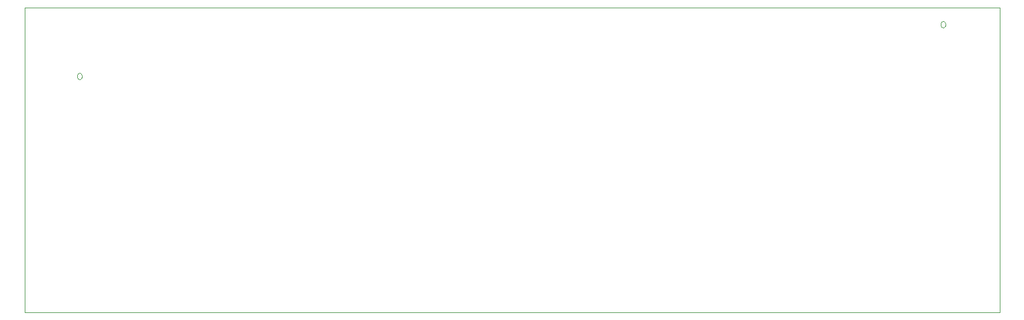
<source format=gbr>
%TF.GenerationSoftware,KiCad,Pcbnew,8.0.3-8.0.3-0~ubuntu22.04.1*%
%TF.CreationDate,2024-12-02T08:44:27+01:00*%
%TF.ProjectId,BreakoutboardRT9532,42726561-6b6f-4757-9462-6f6172645254,rev?*%
%TF.SameCoordinates,Original*%
%TF.FileFunction,Profile,NP*%
%FSLAX46Y46*%
G04 Gerber Fmt 4.6, Leading zero omitted, Abs format (unit mm)*
G04 Created by KiCad (PCBNEW 8.0.3-8.0.3-0~ubuntu22.04.1) date 2024-12-02 08:44:27*
%MOMM*%
%LPD*%
G01*
G04 APERTURE LIST*
%TA.AperFunction,Profile*%
%ADD10C,0.050000*%
%TD*%
%TA.AperFunction,Profile*%
%ADD11C,0.010000*%
%TD*%
G04 APERTURE END LIST*
D10*
X51625000Y-51000000D02*
X191575000Y-51000000D01*
X191575000Y-94800000D01*
X51625000Y-94800000D01*
X51625000Y-51000000D01*
D11*
%TO.C,J2*%
X183500000Y-53900000D02*
G75*
G02*
X183175000Y-53575000I0J325000D01*
G01*
X183175000Y-53575000D02*
X183175000Y-53275000D01*
X183175000Y-53275000D02*
G75*
G02*
X183500000Y-52950000I325000J0D01*
G01*
X183500000Y-52950000D02*
G75*
G02*
X183825000Y-53275000I0J-325000D01*
G01*
X183825000Y-53275000D02*
X183825000Y-53575000D01*
X183825000Y-53575000D02*
G75*
G02*
X183500000Y-53900000I-325000J0D01*
G01*
%TO.C,J1*%
X59550000Y-60400000D02*
G75*
G02*
X59875000Y-60725000I0J-325000D01*
G01*
X59875000Y-60725000D02*
X59875000Y-61025000D01*
X59875000Y-61025000D02*
G75*
G02*
X59550000Y-61350000I-325000J0D01*
G01*
X59550000Y-61350000D02*
G75*
G02*
X59225000Y-61025000I0J325000D01*
G01*
X59225000Y-61025000D02*
X59225000Y-60725000D01*
X59225000Y-60725000D02*
G75*
G02*
X59550000Y-60400000I325000J0D01*
G01*
%TD*%
M02*

</source>
